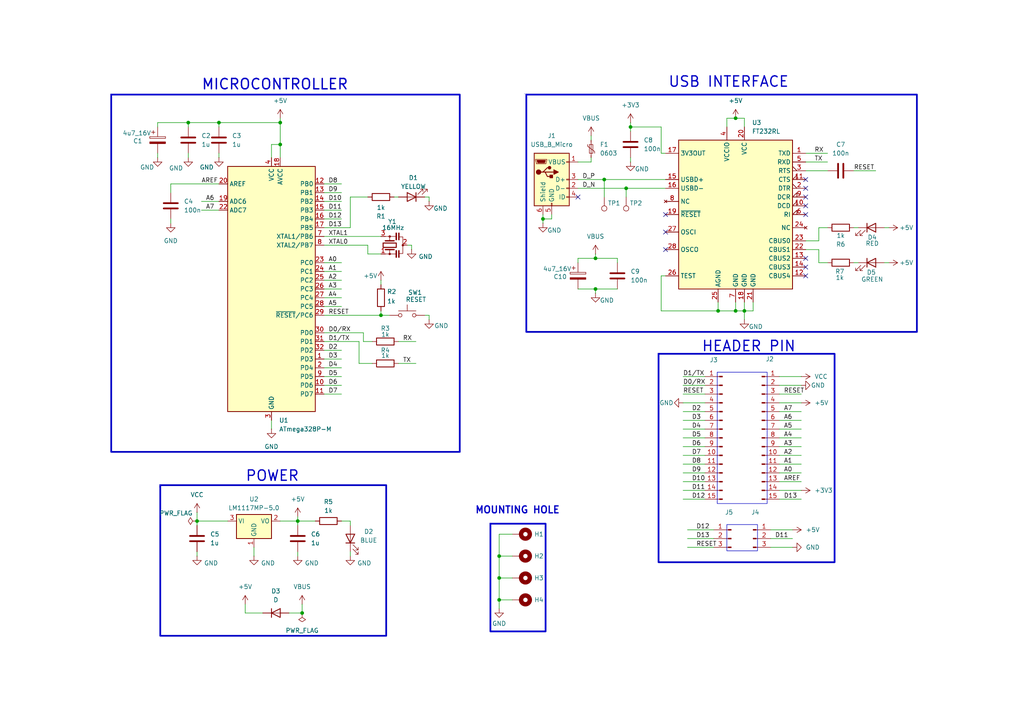
<source format=kicad_sch>
(kicad_sch (version 20231120) (generator "eeschema") (generator_version "8.0")
  (paper "A4")
  (title_block (title "Ardunio Nano") (date "2025-02-19") (rev "Version 1.0"))
  (lib_symbols
    (symbol "Connector:Conn_01x03_Pin" (pin_names (offset 1.016) hide)
      (property "Reference" "J" (at 0 5.08 0))
      (property "Value" "Conn_01x03_Pin" (at 0 -5.08 0))
      (symbol "Conn_01x03_Pin_1_1"
        (pin passive line (at 5.08 2.54 180) (length 3.81) (name "Pin_1") (number "1"))
        (pin passive line (at 5.08 0 180) (length 3.81) (name "Pin_2") (number "2"))
        (pin passive line (at 5.08 -2.54 180) (length 3.81) (name "Pin_3") (number "3"))
      )
    )
    (symbol "Connector:Conn_01x15_Pin" (pin_names (offset 1.016) hide)
      (property "Reference" "J" (at 0 20.32 0))
      (property "Value" "Conn_01x15_Pin" (at 0 -20.32 0))
      (symbol "Conn_01x15_Pin_1_1"
        (pin passive line (at 5.08 17.78 180) (length 3.81) (name "Pin_1") (number "1"))
        (pin passive line (at 5.08 -5.08 180) (length 3.81) (name "Pin_10") (number "10"))
        (pin passive line (at 5.08 -7.62 180) (length 3.81) (name "Pin_11") (number "11"))
        (pin passive line (at 5.08 -10.16 180) (length 3.81) (name "Pin_12") (number "12"))
        (pin passive line (at 5.08 -12.7 180) (length 3.81) (name "Pin_13") (number "13"))
        (pin passive line (at 5.08 -15.24 180) (length 3.81) (name "Pin_14") (number "14"))
        (pin passive line (at 5.08 -17.78 180) (length 3.81) (name "Pin_15") (number "15"))
        (pin passive line (at 5.08 15.24 180) (length 3.81) (name "Pin_2") (number "2"))
        (pin passive line (at 5.08 12.7 180) (length 3.81) (name "Pin_3") (number "3"))
        (pin passive line (at 5.08 10.16 180) (length 3.81) (name "Pin_4") (number "4"))
        (pin passive line (at 5.08 7.62 180) (length 3.81) (name "Pin_5") (number "5"))
        (pin passive line (at 5.08 5.08 180) (length 3.81) (name "Pin_6") (number "6"))
        (pin passive line (at 5.08 2.54 180) (length 3.81) (name "Pin_7") (number "7"))
        (pin passive line (at 5.08 0 180) (length 3.81) (name "Pin_8") (number "8"))
        (pin passive line (at 5.08 -2.54 180) (length 3.81) (name "Pin_9") (number "9"))
      )
    )
    (symbol "Connector:TestPoint" (pin_numbers hide) (pin_names (offset 0.762) hide)
      (property "Reference" "TP" (at 0 6.858 0))
      (property "Value" "TestPoint" (at 0 5.08 0))
      (symbol "TestPoint_1_1"
        (pin passive line (at 0 0 90) (length 2.54) (name "1") (number "1"))
      )
    )
    (symbol "Connector:USB_B_Micro" (pin_names (offset 1.016))
      (property "Reference" "J" (at -5.08 11.43 0))
      (property "Value" "USB_B_Micro" (at -5.08 8.89 0))
      (symbol "USB_B_Micro_1_1"
        (pin power_out line (at 7.62 5.08 180) (length 2.54) (name "VBUS") (number "1"))
        (pin bidirectional line (at 7.62 -2.54 180) (length 2.54) (name "D-") (number "2"))
        (pin bidirectional line (at 7.62 0 180) (length 2.54) (name "D+") (number "3"))
        (pin passive line (at 7.62 -5.08 180) (length 2.54) (name "ID") (number "4"))
        (pin power_out line (at 0 -10.16 90) (length 2.54) (name "GND") (number "5"))
        (pin passive line (at -2.54 -10.16 90) (length 2.54) (name "Shield") (number "6"))
      )
    )
    (symbol "Device:C" (pin_numbers hide) (pin_names (offset 0.254))
      (property "Reference" "C" (at 0.635 2.54 0))
      (property "Value" "C" (at 0.635 -2.54 0))
      (symbol "C_1_1"
        (pin passive line (at 0 3.81 270) (length 2.794) (name "~") (number "1"))
        (pin passive line (at 0 -3.81 90) (length 2.794) (name "~") (number "2"))
      )
    )
    (symbol "Device:C_Polarized" (pin_numbers hide) (pin_names (offset 0.254))
      (property "Reference" "C" (at 0.635 2.54 0))
      (property "Value" "C_Polarized" (at 0.635 -2.54 0))
      (symbol "C_Polarized_1_1"
        (pin passive line (at 0 3.81 270) (length 2.794) (name "~") (number "1"))
        (pin passive line (at 0 -3.81 90) (length 2.794) (name "~") (number "2"))
      )
    )
    (symbol "Device:D" (pin_numbers hide) (pin_names (offset 1.016) hide)
      (property "Reference" "D" (at 0 2.54 0))
      (property "Value" "D" (at 0 -2.54 0))
      (symbol "D_1_1"
        (pin passive line (at -3.81 0 0) (length 2.54) (name "K") (number "1"))
        (pin passive line (at 3.81 0 180) (length 2.54) (name "A") (number "2"))
      )
    )
    (symbol "Device:LED" (pin_numbers hide) (pin_names (offset 1.016) hide)
      (property "Reference" "D" (at 0 2.54 0))
      (property "Value" "LED" (at 0 -2.54 0))
      (symbol "LED_1_1"
        (pin passive line (at -3.81 0 0) (length 2.54) (name "K") (number "1"))
        (pin passive line (at 3.81 0 180) (length 2.54) (name "A") (number "2"))
      )
    )
    (symbol "Device:Polyfuse_Small" (pin_numbers hide) (pin_names (offset 0))
      (property "Reference" "F" (at -1.905 0 90))
      (property "Value" "Polyfuse_Small" (at 1.905 0 90))
      (symbol "Polyfuse_Small_1_1"
        (pin passive line (at 0 2.54 270) (length 0.635) (name "~") (number "1"))
        (pin passive line (at 0 -2.54 90) (length 0.635) (name "~") (number "2"))
      )
    )
    (symbol "Device:R" (pin_numbers hide) (pin_names (offset 0))
      (property "Reference" "R" (at 2.032 0 90))
      (property "Value" "R" (at 0 0 90))
      (symbol "R_1_1"
        (pin passive line (at 0 3.81 270) (length 1.27) (name "~") (number "1"))
        (pin passive line (at 0 -3.81 90) (length 1.27) (name "~") (number "2"))
      )
    )
    (symbol "Device:Resonator_Small" (pin_names (offset 1.016) hide)
      (property "Reference" "Y" (at 3.175 1.905 0))
      (property "Value" "Resonator_Small" (at 3.175 0 0))
      (symbol "Resonator_Small_1_1"
        (pin passive line (at -2.54 2.54 270) (length 1.27) (name "1") (number "1"))
        (pin passive line (at 0 -5.08 90) (length 1.27) (name "2") (number "2"))
        (pin passive line (at 2.54 2.54 270) (length 1.27) (name "3") (number "3"))
      )
    )
    (symbol "FT232RL_V1:FT232RL"
      (property "Reference" "U3" (at 4.7341 26.67 0))
      (property "Value" "FT232RL" (at 4.7341 24.13 0))
      (symbol "FT232RL_1_1"
        (pin output line (at 20.32 17.78 180) (length 3.81) (name "TXD") (number "1"))
        (pin input input_low (at 20.32 2.54 180) (length 3.81) (name "DCD") (number "10"))
        (pin input input_low (at 20.32 10.16 180) (length 3.81) (name "CTS") (number "11"))
        (pin bidirectional line (at 20.32 -17.78 180) (length 3.81) (name "CBUS4") (number "12"))
        (pin bidirectional line (at 20.32 -12.7 180) (length 3.81) (name "CBUS2") (number "13"))
        (pin bidirectional line (at 20.32 -15.24 180) (length 3.81) (name "CBUS3") (number "14"))
        (pin bidirectional line (at -20.32 10.16 0) (length 3.81) (name "USBD+") (number "15"))
        (pin bidirectional line (at -20.32 7.62 0) (length 3.81) (name "USBD-") (number "16"))
        (pin power_out line (at -20.32 17.78 0) (length 3.81) (name "3V3OUT") (number "17"))
        (pin power_in line (at 2.54 -25.4 90) (length 3.81) (name "GND") (number "18"))
        (pin input line (at -20.32 0 0) (length 3.81) (name "~{RESET}") (number "19"))
        (pin output output_low (at 20.32 7.62 180) (length 3.81) (name "DTR") (number "2"))
        (pin power_in line (at 2.54 25.4 270) (length 3.81) (name "VCC") (number "20"))
        (pin power_in line (at 5.08 -25.4 90) (length 3.81) (name "GND") (number "21"))
        (pin bidirectional line (at 20.32 -10.16 180) (length 3.81) (name "CBUS1") (number "22"))
        (pin bidirectional line (at 20.32 -7.62 180) (length 3.81) (name "CBUS0") (number "23"))
        (pin no_connect line (at 20.32 -3.81 180) (length 3.81) (name "NC") (number "24"))
        (pin power_in line (at -5.08 -25.4 90) (length 3.81) (name "AGND") (number "25"))
        (pin input line (at -20.32 -17.78 0) (length 3.81) (name "TEST") (number "26"))
        (pin input line (at -20.32 -5.08 0) (length 3.81) (name "OSCI") (number "27"))
        (pin output line (at -20.32 -10.16 0) (length 3.81) (name "OSCO") (number "28"))
        (pin output output_low (at 20.32 12.7 180) (length 3.81) (name "RTS") (number "3"))
        (pin power_in line (at -2.54 25.4 270) (length 3.81) (name "VCCIO") (number "4"))
        (pin input line (at 20.32 15.24 180) (length 3.81) (name "RXD") (number "5"))
        (pin input input_low (at 20.32 0 180) (length 3.81) (name "RI") (number "6"))
        (pin power_in line (at 0 -25.4 90) (length 3.81) (name "GND") (number "7"))
        (pin no_connect line (at -20.32 3.81 0) (length 3.81) (name "NC") (number "8"))
        (pin input input_low (at 20.32 5.08 180) (length 3.81) (name "DCR") (number "9"))
      )
    )
    (symbol "MCU_Microchip_ATmega:ATmega328P-M"
      (property "Reference" "U" (at -12.7 36.83 0))
      (property "Value" "ATmega328P-M" (at 2.54 -36.83 0))
      (symbol "ATmega328P-M_1_1"
        (pin bidirectional line (at 15.24 -20.32 180) (length 2.54) (name "PD3") (number "1"))
        (pin bidirectional line (at 15.24 -27.94 180) (length 2.54) (name "PD6") (number "10"))
        (pin bidirectional line (at 15.24 -30.48 180) (length 2.54) (name "PD7") (number "11"))
        (pin bidirectional line (at 15.24 30.48 180) (length 2.54) (name "PB0") (number "12"))
        (pin bidirectional line (at 15.24 27.94 180) (length 2.54) (name "PB1") (number "13"))
        (pin bidirectional line (at 15.24 25.4 180) (length 2.54) (name "PB2") (number "14"))
        (pin bidirectional line (at 15.24 22.86 180) (length 2.54) (name "PB3") (number "15"))
        (pin bidirectional line (at 15.24 20.32 180) (length 2.54) (name "PB4") (number "16"))
        (pin bidirectional line (at 15.24 17.78 180) (length 2.54) (name "PB5") (number "17"))
        (pin power_in line (at 2.54 38.1 270) (length 2.54) (name "AVCC") (number "18"))
        (pin input line (at -15.24 25.4 0) (length 2.54) (name "ADC6") (number "19"))
        (pin bidirectional line (at 15.24 -22.86 180) (length 2.54) (name "PD4") (number "2"))
        (pin passive line (at -15.24 30.48 0) (length 2.54) (name "AREF") (number "20"))
        (pin passive line (at 0 -38.1 90) (length 2.54) hide (name "GND") (number "21"))
        (pin input line (at -15.24 22.86 0) (length 2.54) (name "ADC7") (number "22"))
        (pin bidirectional line (at 15.24 7.62 180) (length 2.54) (name "PC0") (number "23"))
        (pin bidirectional line (at 15.24 5.08 180) (length 2.54) (name "PC1") (number "24"))
        (pin bidirectional line (at 15.24 2.54 180) (length 2.54) (name "PC2") (number "25"))
        (pin bidirectional line (at 15.24 0 180) (length 2.54) (name "PC3") (number "26"))
        (pin bidirectional line (at 15.24 -2.54 180) (length 2.54) (name "PC4") (number "27"))
        (pin bidirectional line (at 15.24 -5.08 180) (length 2.54) (name "PC5") (number "28"))
        (pin bidirectional line (at 15.24 -7.62 180) (length 2.54) (name "~{RESET}/PC6") (number "29"))
        (pin power_in line (at 0 -38.1 90) (length 2.54) (name "GND") (number "3"))
        (pin bidirectional line (at 15.24 -12.7 180) (length 2.54) (name "PD0") (number "30"))
        (pin bidirectional line (at 15.24 -15.24 180) (length 2.54) (name "PD1") (number "31"))
        (pin bidirectional line (at 15.24 -17.78 180) (length 2.54) (name "PD2") (number "32"))
        (pin passive line (at 0 -38.1 90) (length 2.54) hide (name "GND") (number "33"))
        (pin power_in line (at 0 38.1 270) (length 2.54) (name "VCC") (number "4"))
        (pin passive line (at 0 -38.1 90) (length 2.54) hide (name "GND") (number "5"))
        (pin passive line (at 0 38.1 270) (length 2.54) hide (name "VCC") (number "6"))
        (pin bidirectional line (at 15.24 15.24 180) (length 2.54) (name "XTAL1/PB6") (number "7"))
        (pin bidirectional line (at 15.24 12.7 180) (length 2.54) (name "XTAL2/PB7") (number "8"))
        (pin bidirectional line (at 15.24 -25.4 180) (length 2.54) (name "PD5") (number "9"))
      )
    )
    (symbol "Mechanical:MountingHole_Pad" (pin_numbers hide) (pin_names (offset 1.016) hide) (exclude_from_sim yes) (in_bom no)
      (property "Reference" "H" (at 0 6.35 0))
      (property "Value" "MountingHole_Pad" (at 0 4.445 0))
      (symbol "MountingHole_Pad_1_1"
        (pin input line (at 0 -2.54 90) (length 2.54) (name "1") (number "1"))
      )
    )
    (symbol "Regulator_Linear:LM1117MP-5.0"
      (property "Reference" "U" (at -3.81 3.175 0))
      (property "Value" "LM1117MP-5.0" (at 0 3.175 0))
      (symbol "LM1117MP-5.0_1_1"
        (pin power_in line (at 0 -7.62 90) (length 2.54) (name "GND") (number "1"))
        (pin power_out line (at 7.62 0 180) (length 2.54) (name "VO") (number "2"))
        (pin power_in line (at -7.62 0 0) (length 2.54) (name "VI") (number "3"))
      )
    )
    (symbol "Switch:SW_Push" (pin_numbers hide) (pin_names (offset 1.016) hide)
      (property "Reference" "SW" (at 1.27 2.54 0))
      (property "Value" "SW_Push" (at 0 -1.524 0))
      (symbol "SW_Push_0_1"
        (pin passive line (at -5.08 0 0) (length 2.54) (name "1") (number "1"))
        (pin passive line (at 5.08 0 180) (length 2.54) (name "2") (number "2"))
      )
    )
    (symbol "power:+3V3" (power) (pin_numbers hide) (pin_names (offset 0) hide)
      (property "Value" "+3V3" (at 0 3.556 0))
      (symbol "+3V3_1_1"
        (pin power_in line (at 0 0 90) (length 0) (name "~") (number "1"))
      )
    )
    (symbol "power:+5V" (power) (pin_numbers hide) (pin_names (offset 0) hide)
      (property "Value" "+5V" (at 0 3.556 0))
      (symbol "+5V_1_1"
        (pin power_in line (at 0 0 90) (length 0) (name "~") (number "1"))
      )
    )
    (symbol "power:GND" (power) (pin_numbers hide) (pin_names (offset 0) hide)
      (property "Value" "GND" (at 0 -3.81 0))
      (symbol "GND_1_1"
        (pin power_in line (at 0 0 270) (length 0) (name "~") (number "1"))
      )
    )
    (symbol "power:PWR_FLAG" (power) (pin_numbers hide) (pin_names (offset 0) hide)
      (property "Value" "PWR_FLAG" (at 0 3.81 0))
      (symbol "PWR_FLAG_0_0"
        (pin power_out line (at 0 0 90) (length 0) (name "~") (number "1"))
      )
    )
    (symbol "power:VBUS" (power) (pin_numbers hide) (pin_names (offset 0) hide)
      (property "Value" "VBUS" (at 0 3.556 0))
      (symbol "VBUS_1_1"
        (pin power_in line (at 0 0 90) (length 0) (name "~") (number "1"))
      )
    )
    (symbol "power:VCC" (power) (pin_numbers hide) (pin_names (offset 0) hide)
      (property "Value" "VCC" (at 0 3.556 0))
      (symbol "VCC_1_1"
        (pin power_in line (at 0 0 90) (length 0) (name "~") (number "1"))
      )
    )
  )
  (junction (at 144.78 167.64))
  (junction (at 81.28 41.91))
  (junction (at 54.61 35.56))
  (junction (at 175.26 52.07))
  (junction (at 182.88 36.83))
  (junction (at 213.36 34.29))
  (junction (at 144.78 173.99))
  (junction (at 86.36 151.13))
  (junction (at 110.49 91.44))
  (junction (at 208.28 90.17))
  (junction (at 213.36 90.17))
  (junction (at 144.78 161.29))
  (junction (at 63.5 35.56))
  (junction (at 172.72 74.93))
  (junction (at 87.63 177.8))
  (junction (at 181.61 54.61))
  (junction (at 57.15 151.13))
  (junction (at 215.9 90.17))
  (junction (at 157.48 63.5))
  (junction (at 81.28 35.56))
  (junction (at 172.72 83.82))
  (no_connect (at 233.68 54.61))
  (no_connect (at 167.64 57.15))
  (no_connect (at 233.68 74.93))
  (no_connect (at 233.68 77.47))
  (no_connect (at 193.04 67.31))
  (no_connect (at 233.68 80.01))
  (no_connect (at 233.68 62.23))
  (no_connect (at 193.04 62.23))
  (no_connect (at 233.68 59.69))
  (no_connect (at 233.68 57.15))
  (no_connect (at 233.68 52.07))
  (no_connect (at 193.04 72.39))
  (wire (pts (xy 87.63 177.8) (xy 87.63 175.26)))
  (wire (pts (xy 93.98 66.04) (xy 101.6 66.04)))
  (wire (pts (xy 198.12 129.54) (xy 204.47 129.54)))
  (wire (pts (xy 144.78 167.64) (xy 144.78 161.29)))
  (wire (pts (xy 157.48 63.5) (xy 157.48 64.77)))
  (wire (pts (xy 171.45 46.99) (xy 171.45 45.72)))
  (wire (pts (xy 199.39 156.21) (xy 207.01 156.21)))
  (wire (pts (xy 198.12 134.62) (xy 204.47 134.62)))
  (wire (pts (xy 167.64 76.2) (xy 167.64 74.93)))
  (wire (pts (xy 93.98 76.2) (xy 99.06 76.2)))
  (wire (pts (xy 182.88 35.56) (xy 182.88 36.83)))
  (wire (pts (xy 226.06 132.08) (xy 232.41 132.08)))
  (wire (pts (xy 256.54 66.04) (xy 257.81 66.04)))
  (wire (pts (xy 93.98 55.88) (xy 99.06 55.88)))
  (wire (pts (xy 198.12 137.16) (xy 204.47 137.16)))
  (wire (pts (xy 226.06 124.46) (xy 232.41 124.46)))
  (wire (pts (xy 45.72 35.56) (xy 45.72 36.83)))
  (wire (pts (xy 237.49 69.85) (xy 237.49 66.04)))
  (wire (pts (xy 144.78 176.53) (xy 144.78 173.99)))
  (wire (pts (xy 191.77 90.17) (xy 208.28 90.17)))
  (wire (pts (xy 93.98 58.42) (xy 99.06 58.42)))
  (wire (pts (xy 101.6 151.13) (xy 101.6 152.4)))
  (wire (pts (xy 144.78 167.64) (xy 148.59 167.64)))
  (wire (pts (xy 81.28 35.56) (xy 81.28 41.91)))
  (wire (pts (xy 167.64 54.61) (xy 181.61 54.61)))
  (wire (pts (xy 213.36 87.63) (xy 213.36 90.17)))
  (wire (pts (xy 81.28 41.91) (xy 81.28 45.72)))
  (wire (pts (xy 226.06 116.84) (xy 232.41 116.84)))
  (wire (pts (xy 115.57 105.41) (xy 120.65 105.41)))
  (wire (pts (xy 115.57 57.15) (xy 114.3 57.15)))
  (wire (pts (xy 193.04 80.01) (xy 191.77 80.01)))
  (wire (pts (xy 86.36 151.13) (xy 86.36 152.4)))
  (wire (pts (xy 93.98 63.5) (xy 99.06 63.5)))
  (wire (pts (xy 198.12 116.84) (xy 204.47 116.84)))
  (wire (pts (xy 210.82 36.83) (xy 210.82 34.29)))
  (wire (pts (xy 198.12 127) (xy 204.47 127)))
  (wire (pts (xy 93.98 86.36) (xy 99.06 86.36)))
  (wire (pts (xy 229.87 153.67) (xy 223.52 153.67)))
  (wire (pts (xy 213.36 34.29) (xy 215.9 34.29)))
  (wire (pts (xy 93.98 83.82) (xy 99.06 83.82)))
  (wire (pts (xy 58.42 58.42) (xy 63.5 58.42)))
  (wire (pts (xy 71.12 177.8) (xy 76.2 177.8)))
  (wire (pts (xy 198.12 144.78) (xy 204.47 144.78)))
  (wire (pts (xy 167.64 52.07) (xy 175.26 52.07)))
  (wire (pts (xy 124.46 91.44) (xy 124.46 92.71)))
  (wire (pts (xy 175.26 52.07) (xy 175.26 57.15)))
  (wire (pts (xy 191.77 80.01) (xy 191.77 90.17)))
  (wire (pts (xy 101.6 66.04) (xy 101.6 57.15)))
  (wire (pts (xy 182.88 36.83) (xy 191.77 36.83)))
  (wire (pts (xy 115.57 99.06) (xy 120.65 99.06)))
  (wire (pts (xy 144.78 161.29) (xy 148.59 161.29)))
  (wire (pts (xy 181.61 54.61) (xy 181.61 57.15)))
  (wire (pts (xy 172.72 83.82) (xy 179.07 83.82)))
  (wire (pts (xy 226.06 134.62) (xy 232.41 134.62)))
  (wire (pts (xy 226.06 119.38) (xy 232.41 119.38)))
  (wire (pts (xy 57.15 151.13) (xy 57.15 152.4)))
  (wire (pts (xy 110.49 91.44) (xy 113.03 91.44)))
  (wire (pts (xy 172.72 73.66) (xy 172.72 74.93)))
  (wire (pts (xy 45.72 45.72) (xy 45.72 44.45)))
  (wire (pts (xy 144.78 161.29) (xy 144.78 154.94)))
  (wire (pts (xy 104.14 105.41) (xy 107.95 105.41)))
  (wire (pts (xy 86.36 149.86) (xy 86.36 151.13)))
  (wire (pts (xy 226.06 129.54) (xy 232.41 129.54)))
  (wire (pts (xy 181.61 54.61) (xy 193.04 54.61)))
  (wire (pts (xy 123.19 91.44) (xy 124.46 91.44)))
  (wire (pts (xy 172.72 83.82) (xy 172.72 85.09)))
  (wire (pts (xy 182.88 45.72) (xy 182.88 46.99)))
  (wire (pts (xy 247.65 49.53) (xy 254 49.53)))
  (wire (pts (xy 93.98 99.06) (xy 104.14 99.06)))
  (wire (pts (xy 57.15 160.02) (xy 57.15 161.29)))
  (wire (pts (xy 93.98 109.22) (xy 99.06 109.22)))
  (wire (pts (xy 191.77 44.45) (xy 193.04 44.45)))
  (wire (pts (xy 93.98 91.44) (xy 110.49 91.44)))
  (wire (pts (xy 49.53 53.34) (xy 63.5 53.34)))
  (wire (pts (xy 123.19 57.15) (xy 124.46 57.15)))
  (wire (pts (xy 167.64 46.99) (xy 171.45 46.99)))
  (wire (pts (xy 226.06 142.24) (xy 232.41 142.24)))
  (wire (pts (xy 93.98 96.52) (xy 105.41 96.52)))
  (wire (pts (xy 78.74 41.91) (xy 81.28 41.91)))
  (wire (pts (xy 226.06 127) (xy 232.41 127)))
  (wire (pts (xy 104.14 99.06) (xy 104.14 105.41)))
  (wire (pts (xy 237.49 76.2) (xy 240.03 76.2)))
  (wire (pts (xy 106.68 73.66) (xy 110.49 73.66)))
  (wire (pts (xy 198.12 121.92) (xy 204.47 121.92)))
  (wire (pts (xy 229.87 158.75) (xy 223.52 158.75)))
  (wire (pts (xy 198.12 114.3) (xy 204.47 114.3)))
  (wire (pts (xy 226.06 137.16) (xy 232.41 137.16)))
  (wire (pts (xy 106.68 71.12) (xy 106.68 73.66)))
  (wire (pts (xy 175.26 52.07) (xy 193.04 52.07)))
  (wire (pts (xy 213.36 90.17) (xy 215.9 90.17)))
  (wire (pts (xy 63.5 35.56) (xy 63.5 36.83)))
  (wire (pts (xy 63.5 44.45) (xy 63.5 45.72)))
  (wire (pts (xy 71.12 175.26) (xy 71.12 177.8)))
  (wire (pts (xy 167.64 83.82) (xy 172.72 83.82)))
  (wire (pts (xy 119.38 71.12) (xy 118.11 71.12)))
  (wire (pts (xy 49.53 64.77) (xy 49.53 63.5)))
  (wire (pts (xy 63.5 35.56) (xy 81.28 35.56)))
  (wire (pts (xy 110.49 81.28) (xy 110.49 82.55)))
  (wire (pts (xy 167.64 74.93) (xy 172.72 74.93)))
  (wire (pts (xy 93.98 78.74) (xy 99.06 78.74)))
  (wire (pts (xy 198.12 124.46) (xy 204.47 124.46)))
  (wire (pts (xy 45.72 35.56) (xy 54.61 35.56)))
  (wire (pts (xy 198.12 132.08) (xy 204.47 132.08)))
  (wire (pts (xy 179.07 74.93) (xy 179.07 76.2)))
  (wire (pts (xy 223.52 156.21) (xy 229.87 156.21)))
  (wire (pts (xy 215.9 90.17) (xy 215.9 92.71)))
  (wire (pts (xy 57.15 151.13) (xy 66.04 151.13)))
  (wire (pts (xy 86.36 151.13) (xy 91.44 151.13)))
  (wire (pts (xy 247.65 66.04) (xy 248.92 66.04)))
  (wire (pts (xy 144.78 173.99) (xy 144.78 167.64)))
  (wire (pts (xy 81.28 151.13) (xy 86.36 151.13)))
  (wire (pts (xy 86.36 160.02) (xy 86.36 161.29)))
  (wire (pts (xy 54.61 35.56) (xy 63.5 35.56)))
  (wire (pts (xy 210.82 34.29) (xy 213.36 34.29)))
  (wire (pts (xy 93.98 104.14) (xy 99.06 104.14)))
  (wire (pts (xy 199.39 158.75) (xy 207.01 158.75)))
  (wire (pts (xy 93.98 53.34) (xy 99.06 53.34)))
  (wire (pts (xy 93.98 88.9) (xy 99.06 88.9)))
  (wire (pts (xy 93.98 81.28) (xy 99.06 81.28)))
  (wire (pts (xy 124.46 57.15) (xy 124.46 58.42)))
  (wire (pts (xy 215.9 90.17) (xy 218.44 90.17)))
  (wire (pts (xy 119.38 71.12) (xy 119.38 72.39)))
  (wire (pts (xy 226.06 111.76) (xy 232.41 111.76)))
  (wire (pts (xy 256.54 76.2) (xy 257.81 76.2)))
  (wire (pts (xy 144.78 154.94) (xy 148.59 154.94)))
  (wire (pts (xy 172.72 74.93) (xy 179.07 74.93)))
  (wire (pts (xy 233.68 69.85) (xy 237.49 69.85)))
  (wire (pts (xy 81.28 34.29) (xy 81.28 35.56)))
  (wire (pts (xy 237.49 66.04) (xy 240.03 66.04)))
  (wire (pts (xy 226.06 114.3) (xy 232.41 114.3)))
  (wire (pts (xy 93.98 114.3) (xy 99.06 114.3)))
  (wire (pts (xy 198.12 139.7) (xy 204.47 139.7)))
  (wire (pts (xy 226.06 144.78) (xy 232.41 144.78)))
  (wire (pts (xy 233.68 49.53) (xy 240.03 49.53)))
  (wire (pts (xy 83.82 177.8) (xy 87.63 177.8)))
  (wire (pts (xy 215.9 34.29) (xy 215.9 36.83)))
  (wire (pts (xy 78.74 121.92) (xy 78.74 124.46)))
  (wire (pts (xy 73.66 158.75) (xy 73.66 161.29)))
  (wire (pts (xy 105.41 96.52) (xy 105.41 99.06)))
  (wire (pts (xy 233.68 72.39) (xy 237.49 72.39)))
  (wire (pts (xy 226.06 139.7) (xy 232.41 139.7)))
  (wire (pts (xy 199.39 153.67) (xy 207.01 153.67)))
  (wire (pts (xy 208.28 87.63) (xy 208.28 90.17)))
  (wire (pts (xy 215.9 87.63) (xy 215.9 90.17)))
  (wire (pts (xy 99.06 151.13) (xy 101.6 151.13)))
  (wire (pts (xy 101.6 160.02) (xy 101.6 161.29)))
  (wire (pts (xy 93.98 68.58) (xy 110.49 68.58)))
  (wire (pts (xy 78.74 45.72) (xy 78.74 41.91)))
  (wire (pts (xy 198.12 142.24) (xy 204.47 142.24)))
  (wire (pts (xy 208.28 90.17) (xy 213.36 90.17)))
  (wire (pts (xy 93.98 60.96) (xy 99.06 60.96)))
  (wire (pts (xy 233.68 46.99) (xy 240.03 46.99)))
  (wire (pts (xy 226.06 109.22) (xy 232.41 109.22)))
  (wire (pts (xy 144.78 173.99) (xy 148.59 173.99)))
  (wire (pts (xy 237.49 72.39) (xy 237.49 76.2)))
  (wire (pts (xy 49.53 53.34) (xy 49.53 55.88)))
  (wire (pts (xy 247.65 76.2) (xy 248.92 76.2)))
  (wire (pts (xy 198.12 119.38) (xy 204.47 119.38)))
  (wire (pts (xy 157.48 62.23) (xy 157.48 63.5)))
  (wire (pts (xy 93.98 101.6) (xy 99.06 101.6)))
  (wire (pts (xy 226.06 121.92) (xy 232.41 121.92)))
  (wire (pts (xy 93.98 111.76) (xy 99.06 111.76)))
  (wire (pts (xy 54.61 35.56) (xy 54.61 36.83)))
  (wire (pts (xy 57.15 148.59) (xy 57.15 151.13)))
  (wire (pts (xy 198.12 109.22) (xy 204.47 109.22)))
  (wire (pts (xy 171.45 39.37) (xy 171.45 40.64)))
  (wire (pts (xy 160.02 63.5) (xy 157.48 63.5)))
  (wire (pts (xy 54.61 44.45) (xy 54.61 45.72)))
  (wire (pts (xy 191.77 36.83) (xy 191.77 44.45)))
  (wire (pts (xy 233.68 44.45) (xy 240.03 44.45)))
  (wire (pts (xy 58.42 60.96) (xy 63.5 60.96)))
  (wire (pts (xy 93.98 106.68) (xy 99.06 106.68)))
  (wire (pts (xy 182.88 36.83) (xy 182.88 38.1)))
  (wire (pts (xy 93.98 71.12) (xy 106.68 71.12)))
  (wire (pts (xy 101.6 57.15) (xy 106.68 57.15)))
  (wire (pts (xy 218.44 90.17) (xy 218.44 87.63)))
  (wire (pts (xy 105.41 99.06) (xy 107.95 99.06)))
  (wire (pts (xy 160.02 62.23) (xy 160.02 63.5)))
  (wire (pts (xy 198.12 111.76) (xy 204.47 111.76)))
  (wire (pts (xy 110.49 91.44) (xy 110.49 90.17)))
  (rectangle (start 208.026 107.95) (end 222.504 146.05))
  (rectangle (start 152.654 27.432) (end 265.938 96.266) (stroke (width 0.5)))
  (rectangle (start 46.482 140.716) (end 112.014 184.404) (stroke (width 0.5)))
  (rectangle (start 191.008 102.616) (end 242.062 163.068) (stroke (width 0.5)))
  (rectangle (start 152.146 27.178) (end 152.146 27.178))
  (rectangle (start 46.228 141.224) (end 46.228 141.224))
  (rectangle (start 142.24 151.892) (end 158.242 183.134) (stroke (width 0.5)))
  (rectangle (start 32.258 27.432) (end 133.35 131.064) (stroke (width 0.5)))
  (rectangle (start 210.82 152.146) (end 219.71 159.766))
  (text "USB INTERFACE" (at 211.328 23.876 0) (effects (font (size 3 3) (thickness 0.375))))
  (text "HEADER PIN" (at 217.17 100.584 0) (effects (font (size 3 3) (thickness 0.375))))
  (text "MICROCONTROLLER" (at 79.756 24.638 0) (effects (font (size 3 3) (thickness 0.4) (bold yes))))
  (text "POWER" (at 78.994 138.176 0) (effects (font (size 3 3) (thickness 0.375))))
  (text "MOUNTING HOLE" (at 150.114 148.082 0) (effects (font (size 2 2) (thickness 0.375))))
  (label "A6" (at 227.33 121.92 0))
  (label "A2" (at 227.33 132.08 0))
  (label "D0{slash}RX" (at 95.25 96.52 0))
  (label "D1{slash}TX" (at 198.12 109.22 0))
  (label "D6" (at 200.66 129.54 0))
  (label "D_P" (at 168.91 52.07 0))
  (label "D11" (at 200.66 142.24 0))
  (label "A4" (at 95.25 86.36 0))
  (label "D0{slash}RX" (at 198.12 111.76 0))
  (label "AREF" (at 58.42 53.34 0))
  (label "D5" (at 200.66 127 0))
  (label "D7" (at 200.66 132.08 0))
  (label "A6" (at 59.69 58.42 0))
  (label "D12" (at 95.25 63.5 0))
  (label "D13" (at 201.93 156.21 0))
  (label "D10" (at 95.25 58.42 0))
  (label "A7" (at 59.69 60.96 0))
  (label "D2" (at 95.25 101.6 0))
  (label "RX" (at 236.22 44.45 0))
  (label "D11" (at 224.79 156.21 0))
  (label "TX" (at 236.22 46.99 0))
  (label "A5" (at 95.25 88.9 0))
  (label "D9" (at 200.66 137.16 0))
  (label "RESET" (at 201.93 158.75 0))
  (label "A3" (at 95.25 83.82 0))
  (label "D3" (at 95.25 104.14 0))
  (label "A7" (at 227.33 119.38 0))
  (label "XTAL0" (at 95.25 71.12 0))
  (label "D9" (at 95.25 55.88 0))
  (label "RX" (at 116.84 99.06 0))
  (label "D12" (at 200.66 144.78 0))
  (label "D3" (at 200.66 121.92 0))
  (label "D2" (at 200.66 119.38 0))
  (label "D6" (at 95.25 111.76 0))
  (label "D13" (at 95.25 66.04 0))
  (label "D8" (at 200.66 134.62 0))
  (label "D1{slash}TX" (at 95.25 99.06 0))
  (label "TX" (at 116.84 105.41 0))
  (label "RESET" (at 95.25 91.44 0))
  (label "RESET" (at 247.65 49.53 0))
  (label "A5" (at 227.33 124.46 0))
  (label "A0" (at 95.25 76.2 0))
  (label "D8" (at 95.25 53.34 0))
  (label "D5" (at 95.25 109.22 0))
  (label "D_N" (at 168.91 54.61 0))
  (label "XTAL1" (at 95.25 68.58 0))
  (label "RESET" (at 198.12 114.3 0))
  (label "D12" (at 201.93 153.67 0))
  (label "D13" (at 227.33 144.78 0))
  (label "D7" (at 95.25 114.3 0))
  (label "A1" (at 227.33 134.62 0))
  (label "D4" (at 95.25 106.68 0))
  (label "A2" (at 95.25 81.28 0))
  (label "RESET" (at 227.33 114.3 0))
  (label "A3" (at 227.33 129.54 0))
  (label "A1" (at 95.25 78.74 0))
  (label "D11" (at 95.25 60.96 0))
  (label "A4" (at 227.33 127 0))
  (label "D4" (at 200.66 124.46 0))
  (label "D10" (at 200.66 139.7 0))
  (label "AREF" (at 227.33 139.7 0))
  (label "A0" (at 227.33 137.16 0))
  (symbol (lib_id "Device:C") (at 182.88 41.91 180) (unit 1)
    (property "Reference" "C8" (at 186.69 40.6399 0) (effects (justify right)))
    (property "Value" "100n" (at 186.69 43.1799 0) (effects (justify right)))
    (property "Footprint" "Capacitor_SMD:C_0603_1608Metric" (effects (hide yes)))
    (property "Description" "Unpolarized capacitor" (effects (hide yes)))
  )
  (symbol (lib_id "Device:C_Polarized") (at 45.72 40.64 0) (unit 1)
    (property "Reference" "C1" (at 38.608 40.894 0) (effects (justify left)))
    (property "Value" "4u7_16V" (at 35.56 38.608 0) (effects (justify left)))
    (property "Footprint" "Capacitor_Tantalum_SMD:CP_EIA-3216-10_Kemet-I" (effects (hide yes)))
    (property "Description" "Polarized capacitor" (effects (hide yes)))
  )
  (symbol (lib_id "power:GND") (at 144.78 176.53 0) (unit 1)
    (property "Reference" "#PWR035" (effects (hide yes)))
    (property "Value" "GND" (at 144.78 180.848 0))
    (property "Description" "Power symbol creates a global label with name \"GND\" , ground" (effects (hide yes)))
  )
  (symbol (lib_id "power:GND") (at 57.15 161.29 0) (unit 1)
    (property "Reference" "#PWR012" (effects (hide yes)))
    (property "Value" "GND" (at 61.214 163.322 0))
    (property "Description" "Power symbol creates a global label with name \"GND\" , ground" (effects (hide yes)))
  )
  (symbol (lib_id "Connector:Conn_01x15_Pin") (at 209.55 127 0) (mirror y) (unit 1)
    (property "Reference" "J3" (at 207.01 104.394 0))
    (property "Value" "Conn_01x15_Pin" (effects (hide yes)))
    (property "Footprint" "Connector_PinHeader_2.00mm:PinHeader_1x15_P2.00mm_Vertical" (effects (hide yes)))
    (property "Description" "Generic connector, single row, 01x15, script generated" (effects (hide yes)))
  )
  (symbol (lib_id "power:GND") (at 54.61 45.72 0) (unit 1)
    (property "Reference" "#PWR02" (effects (hide yes)))
    (property "Value" "GND" (at 51.054 48.768 0))
    (property "Description" "Power symbol creates a global label with name \"GND\" , ground" (effects (hide yes)))
  )
  (symbol (lib_id "Device:C") (at 86.36 156.21 0) (unit 1)
    (property "Reference" "C6" (at 90.17 154.9399 0) (effects (justify left)))
    (property "Value" "1u" (at 90.17 157.4799 0) (effects (justify left)))
    (property "Footprint" "Capacitor_SMD:C_0603_1608Metric" (effects (hide yes)))
    (property "Description" "Unpolarized capacitor" (effects (hide yes)))
  )
  (symbol (lib_id "power:VCC") (at 232.41 109.22 270) (unit 1)
    (property "Reference" "#PWR031" (effects (hide yes)))
    (property "Value" "VCC" (at 236.22 109.2199 90) (effects (justify left)))
    (property "Description" "Power symbol creates a global label with name \"VCC\"" (effects (hide yes)))
  )
  (symbol (lib_id "power:GND") (at 119.38 72.39 0) (unit 1)
    (property "Reference" "#PWR06" (effects (hide yes)))
    (property "Value" "GND" (at 123.444 74.422 0))
    (property "Description" "Power symbol creates a global label with name \"GND\" , ground" (effects (hide yes)))
  )
  (symbol (lib_id "power:VBUS") (at 172.72 73.66 0) (unit 1)
    (property "Reference" "#PWR027" (effects (hide yes)))
    (property "Value" "VBUS" (at 172.72 68.58 0))
    (property "Description" "Power symbol creates a global label with name \"VBUS\"" (effects (hide yes)))
  )
  (symbol (lib_id "Device:R") (at 110.49 86.36 0) (unit 1)
    (property "Reference" "R2" (at 112.268 84.582 0) (effects (justify left)))
    (property "Value" "1k" (at 112.268 87.376 0) (effects (justify left)))
    (property "Footprint" "Resistor_SMD:R_0603_1608Metric" (effects (hide yes)))
    (property "Description" "Resistor" (effects (hide yes)))
  )
  (symbol (lib_id "Connector:Conn_01x15_Pin") (at 220.98 127 0) (unit 1)
    (property "Reference" "J2" (at 223.266 104.14 0))
    (property "Value" "Conn_01x15_Pin" (effects (hide yes)))
    (property "Footprint" "Connector_PinHeader_2.00mm:PinHeader_1x15_P2.00mm_Vertical" (effects (hide yes)))
    (property "Description" "Generic connector, single row, 01x15, script generated" (effects (hide yes)))
  )
  (symbol (lib_id "Device:R") (at 243.84 66.04 90) (unit 1)
    (property "Reference" "R6" (at 243.84 70.866 90))
    (property "Value" "1k" (at 243.84 68.326 90))
    (property "Footprint" "Resistor_SMD:R_0603_1608Metric" (effects (hide yes)))
    (property "Description" "Resistor" (effects (hide yes)))
  )
  (symbol (lib_id "power:GND") (at 229.87 158.75 90) (unit 1)
    (property "Reference" "#PWR029" (effects (hide yes)))
    (property "Value" "GND" (at 233.68 158.7499 90) (effects (justify right)))
    (property "Description" "Power symbol creates a global label with name \"GND\" , ground" (effects (hide yes)))
  )
  (symbol (lib_id "power:+5V") (at 110.49 81.28 0) (unit 1)
    (property "Reference" "#PWR09" (effects (hide yes)))
    (property "Value" "+5V" (at 107.442 80.01 0))
    (property "Description" "Power symbol creates a global label with name \"+5V\"" (effects (hide yes)))
  )
  (symbol (lib_id "Connector:TestPoint") (at 181.61 57.15 180) (unit 1)
    (property "Reference" "TP2" (at 182.626 58.928 0) (effects (justify right)))
    (property "Value" "TestPoint" (effects (hide yes)))
    (property "Footprint" "TestPoint:TestPoint_Pad_D1.0mm" (effects (hide yes)))
    (property "Description" "test point" (effects (hide yes)))
  )
  (symbol (lib_id "power:GND") (at 232.41 111.76 90) (unit 1)
    (property "Reference" "#PWR032" (effects (hide yes)))
    (property "Value" "GND" (at 237.236 111.76 90))
    (property "Description" "Power symbol creates a global label with name \"GND\" , ground" (effects (hide yes)))
  )
  (symbol (lib_id "power:GND") (at 124.46 92.71 0) (unit 1)
    (property "Reference" "#PWR08" (effects (hide yes)))
    (property "Value" "GND" (at 128.016 94.488 0))
    (property "Description" "Power symbol creates a global label with name \"GND\" , ground" (effects (hide yes)))
  )
  (symbol (lib_id "Device:LED") (at 252.73 66.04 0) (unit 1)
    (property "Reference" "D4" (at 252.984 68.834 0))
    (property "Value" "RED" (at 252.984 70.612 0))
    (property "Footprint" "LED_SMD:LED_0805_2012Metric" (effects (hide yes)))
    (property "Description" "Light emitting diode" (effects (hide yes)))
  )
  (symbol (lib_id "Device:Polyfuse_Small") (at 171.45 43.18 0) (unit 1)
    (property "Reference" "F1" (at 173.99 41.9099 0) (effects (justify left)))
    (property "Value" "0603" (at 173.99 44.4499 0) (effects (justify left)))
    (property "Footprint" "Diode_SMD:D_0603_1608Metric" (effects (hide yes)))
    (property "Description" "Resettable fuse, polymeric positive temperature coefficient, small symbol" (effects (hide yes)))
  )
  (symbol (lib_id "power:+5V") (at 232.41 116.84 270) (unit 1)
    (property "Reference" "#PWR033" (effects (hide yes)))
    (property "Value" "+5V" (at 236.22 116.8399 90) (effects (justify left)))
    (property "Description" "Power symbol creates a global label with name \"+5V\"" (effects (hide yes)))
  )
  (symbol (lib_id "power:+5V") (at 229.87 153.67 270) (unit 1)
    (property "Reference" "#PWR028" (effects (hide yes)))
    (property "Value" "+5V" (at 233.68 153.6699 90) (effects (justify left)))
    (property "Description" "Power symbol creates a global label with name \"+5V\"" (effects (hide yes)))
  )
  (symbol (lib_id "Device:Resonator_Small") (at 113.03 71.12 90) (unit 1)
    (property "Reference" "Y1" (at 113.792 64.262 90))
    (property "Value" "16MHz" (at 114.046 66.04 90))
    (property "Footprint" "Crystal:Resonator_SMD_Murata_CSTxExxV-3Pin_3.0x1.1mm" (effects (hide yes)))
    (property "Description" "Three pin ceramic resonator, small symbol" (effects (hide yes)))
  )
  (symbol (lib_id "Device:R") (at 95.25 151.13 90) (unit 1)
    (property "Reference" "R5" (at 95.25 145.542 90))
    (property "Value" "1k" (at 95.25 148.082 90))
    (property "Footprint" "Resistor_SMD:R_0603_1608Metric" (effects (hide yes)))
    (property "Description" "Resistor" (effects (hide yes)))
  )
  (symbol (lib_id "Device:D") (at 80.01 177.8 0) (unit 1)
    (property "Reference" "D3" (at 80.01 171.45 0))
    (property "Value" "D" (at 80.01 173.99 0))
    (property "Footprint" "Diode_SMD:D_MicroSMP_AK" (effects (hide yes)))
    (property "Description" "Diode" (effects (hide yes)))
    (property "Sim.Device" "D" (effects (hide yes)))
    (property "Sim.Pins" "1=K 2=A" (effects (hide yes)))
  )
  (symbol (lib_id "Device:LED") (at 101.6 156.21 90) (unit 1)
    (property "Reference" "D2" (at 106.934 154.178 90))
    (property "Value" "BLUE" (at 106.934 156.718 90))
    (property "Footprint" "LED_SMD:LED_0805_2012Metric" (effects (hide yes)))
    (property "Description" "Light emitting diode" (effects (hide yes)))
  )
  (symbol (lib_id "power:+3V3") (at 182.88 35.56 0) (unit 1)
    (property "Reference" "#PWR021" (effects (hide yes)))
    (property "Value" "+3V3" (at 182.88 30.48 0))
    (property "Description" "Power symbol creates a global label with name \"+3V3\"" (effects (hide yes)))
  )
  (symbol (lib_id "Device:R") (at 111.76 105.41 90) (unit 1)
    (property "Reference" "R4" (at 111.76 101.6 90))
    (property "Value" "1k" (at 111.76 103.124 90))
    (property "Footprint" "Resistor_SMD:R_0603_1608Metric" (effects (hide yes)))
    (property "Description" "Resistor" (effects (hide yes)))
  )
  (symbol (lib_id "power:PWR_FLAG") (at 57.15 151.13 90) (unit 1)
    (property "Reference" "#FLG02" (effects (hide yes)))
    (property "Value" "PWR_FLAG" (at 55.88 148.844 90) (effects (justify left)))
    (property "Description" "Special symbol for telling ERC where power comes from" (effects (hide yes)))
  )
  (symbol (lib_id "Mechanical:MountingHole_Pad") (at 151.13 167.64 270) (unit 1) (exclude_from_sim yes) (in_bom no)
    (property "Reference" "H3" (at 154.94 167.6399 90) (effects (justify left)))
    (property "Value" "MountingHole_Pad" (effects (hide yes)))
    (property "Footprint" "Mounting Hole_1.8mm:MountingHole_2.2mm_M2_DIN965_Pad" (effects (hide yes)))
    (property "Description" "Mounting Hole with connection" (effects (hide yes)))
  )
  (symbol (lib_id "power:+5V") (at 257.81 76.2 270) (unit 1)
    (property "Reference" "#PWR020" (effects (hide yes)))
    (property "Value" "+5V" (at 262.89 76.2 90))
    (property "Description" "Power symbol creates a global label with name \"+5V\"" (effects (hide yes)))
  )
  (symbol (lib_id "Regulator_Linear:LM1117MP-5.0") (at 73.66 151.13 0) (unit 1)
    (property "Reference" "U2" (at 73.66 144.78 0))
    (property "Value" "LM1117MP-5.0" (at 73.66 147.32 0))
    (property "Footprint" "Package_TO_SOT_SMD:SOT-223-3_TabPin2" (effects (hide yes)))
    (property "Datasheet" "http://www.ti.com/lit/ds/symlink/lm1117.pdf" (effects (hide yes)))
    (property "Description" "800mA Low-Dropout Linear Regulator, 5.0V fixed output, SOT-223" (effects (hide yes)))
  )
  (symbol (lib_id "Device:C") (at 57.15 156.21 0) (unit 1)
    (property "Reference" "C5" (at 60.96 154.9399 0) (effects (justify left)))
    (property "Value" "1u" (at 60.96 157.4799 0) (effects (justify left)))
    (property "Footprint" "Capacitor_SMD:C_0603_1608Metric" (effects (hide yes)))
    (property "Description" "Unpolarized capacitor" (effects (hide yes)))
  )
  (symbol (lib_id "power:PWR_FLAG") (at 87.63 177.8 180) (unit 1)
    (property "Reference" "#FLG01" (effects (hide yes)))
    (property "Value" "PWR_FLAG" (at 87.63 182.88 0))
    (property "Description" "Special symbol for telling ERC where power comes from" (effects (hide yes)))
  )
  (symbol (lib_id "Device:LED") (at 119.38 57.15 180) (unit 1)
    (property "Reference" "D1" (at 119.888 51.562 0))
    (property "Value" "YELLOW" (at 119.888 54.102 0))
    (property "Footprint" "LED_SMD:LED_0805_2012Metric" (effects (hide yes)))
    (property "Description" "Light emitting diode" (effects (hide yes)))
  )
  (symbol (lib_id "power:GND") (at 45.72 45.72 0) (unit 1)
    (property "Reference" "#PWR01" (effects (hide yes)))
    (property "Value" "GND" (at 42.672 48.514 0))
    (property "Description" "Power symbol creates a global label with name \"GND\" , ground" (effects (hide yes)))
  )
  (symbol (lib_id "Device:R") (at 110.49 57.15 270) (unit 1)
    (property "Reference" "R1" (at 110.49 62.738 90))
    (property "Value" "1k" (at 110.49 60.198 90))
    (property "Footprint" "Resistor_SMD:R_0603_1608Metric" (effects (hide yes)))
    (property "Description" "Resistor" (effects (hide yes)))
  )
  (symbol (lib_id "FT232RL_V1:FT232RL") (at 213.36 62.23 0) (unit 1)
    (property "Reference" "U3" (at 218.0941 35.56 0) (effects (justify left)))
    (property "Value" "FT232RL" (at 218.0941 38.1 0) (effects (justify left)))
    (property "Footprint" "Package_SO:SSOP-28_5.3x10.2mm_P0.65mm" (effects (hide yes)))
    (property "Datasheet" "https://www.ftdichip.com/Support/Documents/DataSheets/ICs/DS_FT232R.pdf" (effects (hide yes)))
    (property "Description" "USB to Serial Interface, SSOP-28" (effects (hide yes)))
  )
  (symbol (lib_id "power:+3V3") (at 232.41 142.24 270) (unit 1)
    (property "Reference" "#PWR034" (effects (hide yes)))
    (property "Value" "+3V3" (at 236.22 142.2399 90) (effects (justify left)))
    (property "Description" "Power symbol creates a global label with name \"+3V3\"" (effects (hide yes)))
  )
  (symbol (lib_id "Device:LED") (at 252.73 76.2 0) (unit 1)
    (property "Reference" "D5" (at 252.73 78.994 0))
    (property "Value" "GREEN" (at 252.984 81.026 0))
    (property "Footprint" "LED_SMD:LED_0805_2012Metric" (effects (hide yes)))
    (property "Description" "Light emitting diode" (effects (hide yes)))
  )
  (symbol (lib_id "Connector:TestPoint") (at 175.26 57.15 180) (unit 1)
    (property "Reference" "TP1" (at 176.276 58.928 0) (effects (justify right)))
    (property "Value" "TestPoint" (effects (hide yes)))
    (property "Footprint" "TestPoint:TestPoint_Pad_D1.0mm" (effects (hide yes)))
    (property "Description" "test point" (effects (hide yes)))
  )
  (symbol (lib_id "Mechanical:MountingHole_Pad") (at 151.13 154.94 270) (unit 1) (exclude_from_sim yes) (in_bom no)
    (property "Reference" "H1" (at 154.94 154.9399 90) (effects (justify left)))
    (property "Value" "MountingHole_Pad" (effects (hide yes)))
    (property "Footprint" "Mounting Hole_1.8mm:MountingHole_2.2mm_M2_DIN965_Pad" (effects (hide yes)))
    (property "Description" "Mounting Hole with connection" (effects (hide yes)))
  )
  (symbol (lib_id "power:GND") (at 198.12 116.84 270) (unit 1)
    (property "Reference" "#PWR030" (effects (hide yes)))
    (property "Value" "GND" (at 193.294 116.84 90))
    (property "Description" "Power symbol creates a global label with name \"GND\" , ground" (effects (hide yes)))
  )
  (symbol (lib_id "power:GND") (at 172.72 85.09 0) (unit 1)
    (property "Reference" "#PWR022" (effects (hide yes)))
    (property "Value" "GND" (at 176.022 87.122 0))
    (property "Description" "Power symbol creates a global label with name \"GND\" , ground" (effects (hide yes)))
  )
  (symbol (lib_id "power:+5V") (at 213.36 34.29 0) (unit 1)
    (property "Reference" "#PWR036" (effects (hide yes)))
    (property "Value" "+5V" (at 213.36 29.21 0))
    (property "Description" "Power symbol creates a global label with name \"+5V\"" (effects (hide yes)))
  )
  (symbol (lib_id "power:GND") (at 124.46 58.42 0) (unit 1)
    (property "Reference" "#PWR07" (effects (hide yes)))
    (property "Value" "GND" (at 127.762 60.452 0))
    (property "Description" "Power symbol creates a global label with name \"GND\" , ground" (effects (hide yes)))
  )
  (symbol (lib_id "Device:C") (at 63.5 40.64 0) (unit 1)
    (property "Reference" "C3" (at 67.31 39.3699 0) (effects (justify left)))
    (property "Value" "1u" (at 67.31 41.9099 0) (effects (justify left)))
    (property "Footprint" "Capacitor_SMD:C_0603_1608Metric" (effects (hide yes)))
    (property "Description" "Unpolarized capacitor" (effects (hide yes)))
  )
  (symbol (lib_id "Device:C") (at 49.53 59.69 0) (unit 1)
    (property "Reference" "C4" (at 53.34 58.4199 0) (effects (justify left)))
    (property "Value" "100n" (at 53.34 60.9599 0) (effects (justify left)))
    (property "Footprint" "Capacitor_SMD:C_0603_1608Metric" (effects (hide yes)))
    (property "Description" "Unpolarized capacitor" (effects (hide yes)))
  )
  (symbol (lib_id "Device:C") (at 54.61 40.64 0) (unit 1)
    (property "Reference" "C2" (at 58.42 39.3699 0) (effects (justify left)))
    (property "Value" "1u" (at 58.42 41.9099 0) (effects (justify left)))
    (property "Footprint" "Capacitor_SMD:C_0603_1608Metric" (effects (hide yes)))
    (property "Description" "Unpolarized capacitor" (effects (hide yes)))
  )
  (symbol (lib_id "power:GND") (at 86.36 161.29 0) (unit 1)
    (property "Reference" "#PWR011" (effects (hide yes)))
    (property "Value" "GND" (at 90.424 163.322 0))
    (property "Description" "Power symbol creates a global label with name \"GND\" , ground" (effects (hide yes)))
  )
  (symbol (lib_id "Device:C_Polarized") (at 167.64 80.01 0) (unit 1)
    (property "Reference" "C10" (at 160.528 80.264 0) (effects (justify left)))
    (property "Value" "4u7_16V" (at 157.48 77.978 0) (effects (justify left)))
    (property "Footprint" "Capacitor_Tantalum_SMD:CP_EIA-3216-10_Kemet-I" (effects (hide yes)))
    (property "Description" "Polarized capacitor" (effects (hide yes)))
  )
  (symbol (lib_id "power:+5V") (at 71.12 175.26 0) (unit 1)
    (property "Reference" "#PWR018" (effects (hide yes)))
    (property "Value" "+5V" (at 71.12 170.18 0))
    (property "Description" "Power symbol creates a global label with name \"+5V\"" (effects (hide yes)))
  )
  (symbol (lib_id "power:+5V") (at 86.36 149.86 0) (unit 1)
    (property "Reference" "#PWR015" (effects (hide yes)))
    (property "Value" "+5V" (at 86.36 144.78 0))
    (property "Description" "Power symbol creates a global label with name \"+5V\"" (effects (hide yes)))
  )
  (symbol (lib_id "Mechanical:MountingHole_Pad") (at 151.13 173.99 270) (unit 1) (exclude_from_sim yes) (in_bom no)
    (property "Reference" "H4" (at 154.94 173.9899 90) (effects (justify left)))
    (property "Value" "MountingHole_Pad" (effects (hide yes)))
    (property "Footprint" "Mounting Hole_1.8mm:MountingHole_2.2mm_M2_DIN965_Pad" (effects (hide yes)))
    (property "Description" "Mounting Hole with connection" (effects (hide yes)))
  )
  (symbol (lib_id "power:GND") (at 215.9 92.71 0) (unit 1)
    (property "Reference" "#PWR023" (effects (hide yes)))
    (property "Value" "GND" (at 219.202 94.742 0))
    (property "Description" "Power symbol creates a global label with name \"GND\" , ground" (effects (hide yes)))
  )
  (symbol (lib_id "Connector:USB_B_Micro") (at 160.02 52.07 0) (unit 1)
    (property "Reference" "J1" (at 160.02 39.37 0))
    (property "Value" "USB_B_Micro" (at 160.02 41.91 0))
    (property "Footprint" "Connector_USB:USB_Micro-B_Wuerth_629105150521" (effects (hide yes)))
    (property "Description" "USB Micro Type B connector" (effects (hide yes)))
  )
  (symbol (lib_id "power:VBUS") (at 87.63 175.26 0) (unit 1)
    (property "Reference" "#PWR017" (effects (hide yes)))
    (property "Value" "VBUS" (at 87.63 170.18 0))
    (property "Description" "Power symbol creates a global label with name \"VBUS\"" (effects (hide yes)))
  )
  (symbol (lib_id "power:+5V") (at 81.28 34.29 0) (unit 1)
    (property "Reference" "#PWR05" (effects (hide yes)))
    (property "Value" "+5V" (at 81.28 29.21 0))
    (property "Description" "Power symbol creates a global label with name \"+5V\"" (effects (hide yes)))
  )
  (symbol (lib_id "Device:C") (at 179.07 80.01 180) (unit 1)
    (property "Reference" "C9" (at 182.88 78.7399 0) (effects (justify right)))
    (property "Value" "100n" (at 182.88 81.2799 0) (effects (justify right)))
    (property "Footprint" "Capacitor_SMD:C_0603_1608Metric" (effects (hide yes)))
    (property "Description" "Unpolarized capacitor" (effects (hide yes)))
  )
  (symbol (lib_id "Device:R") (at 111.76 99.06 90) (unit 1)
    (property "Reference" "R3" (at 111.76 95.25 90))
    (property "Value" "1k" (at 111.76 97.028 90))
    (property "Footprint" "Resistor_SMD:R_0603_1608Metric" (effects (hide yes)))
    (property "Description" "Resistor" (effects (hide yes)))
  )
  (symbol (lib_id "power:GND") (at 157.48 64.77 0) (unit 1)
    (property "Reference" "#PWR025" (effects (hide yes)))
    (property "Value" "GND" (at 160.782 66.802 0))
    (property "Description" "Power symbol creates a global label with name \"GND\" , ground" (effects (hide yes)))
  )
  (symbol (lib_id "Switch:SW_Push") (at 118.11 91.44 0) (unit 1)
    (property "Reference" "SW1" (at 120.396 84.836 0))
    (property "Value" "RESET" (at 120.65 86.868 0))
    (property "Footprint" "Button_Switch_SMD:Panasonic_EVQPUK_EVQPUB" (effects (hide yes)))
    (property "Description" "Push button switch, generic, two pins" (effects (hide yes)))
  )
  (symbol (lib_id "power:VCC") (at 57.15 148.59 0) (unit 1)
    (property "Reference" "#PWR014" (effects (hide yes)))
    (property "Value" "VCC" (at 57.15 143.51 0))
    (property "Description" "Power symbol creates a global label with name \"VCC\"" (effects (hide yes)))
  )
  (symbol (lib_id "power:GND") (at 101.6 161.29 0) (unit 1)
    (property "Reference" "#PWR016" (effects (hide yes)))
    (property "Value" "GND" (at 105.664 163.322 0))
    (property "Description" "Power symbol creates a global label with name \"GND\" , ground" (effects (hide yes)))
  )
  (symbol (lib_id "power:GND") (at 63.5 45.72 0) (unit 1)
    (property "Reference" "#PWR03" (effects (hide yes)))
    (property "Value" "GND" (at 59.944 48.514 0))
    (property "Description" "Power symbol creates a global label with name \"GND\" , ground" (effects (hide yes)))
  )
  (symbol (lib_id "power:GND") (at 73.66 161.29 0) (unit 1)
    (property "Reference" "#PWR013" (effects (hide yes)))
    (property "Value" "GND" (at 77.724 163.322 0))
    (property "Description" "Power symbol creates a global label with name \"GND\" , ground" (effects (hide yes)))
  )
  (symbol (lib_id "power:VBUS") (at 171.45 39.37 0) (unit 1)
    (property "Reference" "#PWR026" (effects (hide yes)))
    (property "Value" "VBUS" (at 171.45 34.29 0))
    (property "Description" "Power symbol creates a global label with name \"VBUS\"" (effects (hide yes)))
  )
  (symbol (lib_id "Connector:Conn_01x03_Pin") (at 212.09 156.21 0) (mirror y) (unit 1)
    (property "Reference" "J5" (at 211.455 148.59 0))
    (property "Value" "Conn_01x03_Pin" (effects (hide yes)))
    (property "Footprint" "Connector_PinHeader_1.27mm:PinHeader_1x03_P1.27mm_Vertical" (effects (hide yes)))
    (property "Description" "Generic connector, single row, 01x03, script generated" (effects (hide yes)))
  )
  (symbol (lib_id "power:GND") (at 49.53 64.77 0) (unit 1)
    (property "Reference" "#PWR04" (effects (hide yes)))
    (property "Value" "GND" (at 49.53 69.85 0))
    (property "Description" "Power symbol creates a global label with name \"GND\" , ground" (effects (hide yes)))
  )
  (symbol (lib_id "Device:R") (at 243.84 76.2 90) (unit 1)
    (property "Reference" "R7" (at 243.586 78.74 90))
    (property "Value" "1k" (at 243.586 80.518 90))
    (property "Footprint" "Resistor_SMD:R_0603_1608Metric" (effects (hide yes)))
    (property "Description" "Resistor" (effects (hide yes)))
  )
  (symbol (lib_id "Device:C") (at 243.84 49.53 90) (unit 1)
    (property "Reference" "C7" (at 243.84 41.91 90))
    (property "Value" "100n" (at 243.84 44.45 90))
    (property "Footprint" "Capacitor_SMD:C_0603_1608Metric" (effects (hide yes)))
    (property "Description" "Unpolarized capacitor" (effects (hide yes)))
  )
  (symbol (lib_id "Mechanical:MountingHole_Pad") (at 151.13 161.29 270) (unit 1) (exclude_from_sim yes) (in_bom no)
    (property "Reference" "H2" (at 154.94 161.2899 90) (effects (justify left)))
    (property "Value" "MountingHole_Pad" (effects (hide yes)))
    (property "Footprint" "Mounting Hole_1.8mm:MountingHole_2.2mm_M2_DIN965_Pad" (effects (hide yes)))
    (property "Description" "Mounting Hole with connection" (effects (hide yes)))
  )
  (symbol (lib_id "power:GND") (at 78.74 124.46 0) (unit 1)
    (property "Reference" "#PWR010" (effects (hide yes)))
    (property "Value" "GND" (at 78.74 129.54 0))
    (property "Description" "Power symbol creates a global label with name \"GND\" , ground" (effects (hide yes)))
  )
  (symbol (lib_id "power:+5V") (at 257.81 66.04 270) (unit 1)
    (property "Reference" "#PWR019" (effects (hide yes)))
    (property "Value" "+5V" (at 262.89 66.04 90))
    (property "Description" "Power symbol creates a global label with name \"+5V\"" (effects (hide yes)))
  )
  (symbol (lib_id "Connector:Conn_01x03_Pin") (at 218.44 156.21 0) (unit 1)
    (property "Reference" "J4" (at 219.075 148.59 0))
    (property "Value" "Conn_01x03_Pin" (effects (hide yes)))
    (property "Footprint" "Connector_PinHeader_1.27mm:PinHeader_1x03_P1.27mm_Vertical" (effects (hide yes)))
    (property "Description" "Generic connector, single row, 01x03, script generated" (effects (hide yes)))
  )
  (symbol (lib_id "MCU_Microchip_ATmega:ATmega328P-M") (at 78.74 83.82 0) (unit 1)
    (property "Reference" "U1" (at 80.9341 121.92 0) (effects (justify left)))
    (property "Value" "ATmega328P-M" (at 80.9341 124.46 0) (effects (justify left)))
    (property "Footprint" "Package_DFN_QFN:QFN-32-1EP_5x5mm_P0.5mm_EP3.1x3.1mm" (effects (hide yes)))
    (property "Datasheet" "http://ww1.microchip.com/downloads/en/DeviceDoc/ATmega328_P%20AVR%20MCU%20with%20picoPower%20Technology%20Data%20Sheet%2040001984A.pdf" (effects (hide yes)))
    (property "Description" "20MHz, 32kB Flash, 2kB SRAM, 1kB EEPROM, QFN-32" (effects (hide yes)))
  )
  (symbol (lib_id "power:GND") (at 182.88 46.99 0) (unit 1)
    (property "Reference" "#PWR024" (effects (hide yes)))
    (property "Value" "GND" (at 186.182 49.022 0))
    (property "Description" "Power symbol creates a global label with name \"GND\" , ground" (effects (hide yes)))
  )
)
</source>
